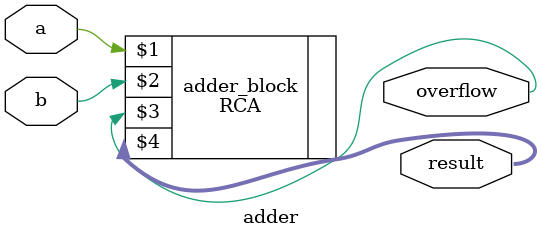
<source format=sv>
`include "rca.sv"

module adder
#(
	parameter integer SIZE = 1
)
(
	input wire[SIZE - 1:0] a,
	input wire[SIZE - 1:0] b,
	output wire overflow,
	output wire[SIZE:0] result
);

RCA
#(
	SIZE
)
adder_block
(
	a,
	b,
	overflow,
	result
);

endmodule

</source>
